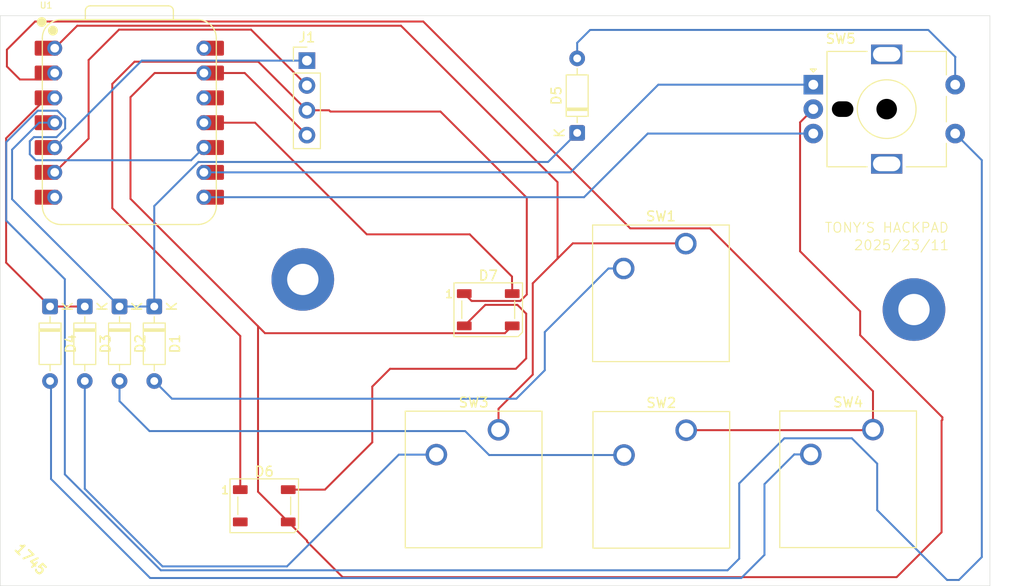
<source format=kicad_pcb>
(kicad_pcb (version 20241229) (generator "pcbnew") (generator_version "9.0")
  (layers (0 "F.Cu" signal) (2 "B.Cu" signal) (13 "F.Paste" user) (15 "B.Paste" user) (5 "F.SilkS" user "F.Silkscreen") (7 "B.SilkS" user "B.Silkscreen") (1 "F.Mask" user) (3 "B.Mask" user) (25 "Edge.Cuts" user))
  (net 0 "")
  (net 1 "Net-(D1-K)")
  (net 2 "Net-(D1-A)")
  (net 3 "Net-(D2-A)")
  (net 4 "Net-(D3-A)")
  (net 5 "Net-(D3-K)")
  (net 6 "Net-(D4-A)")
  (net 7 "Net-(D5-A)")
  (net 8 "VCC")
  (net 9 "GND")
  (net 11 "Net-(D6-DIN)")
  (net 12 "Net-(D7-DIN)")
  (net 13 "Net-(J1-Pin_1)")
  (net 14 "Net-(J1-Pin_2)")
  (net 15 "Net-(U1-GPIO26{slash}ADC0{slash}A0)")
  (net 16 "Net-(U1-GPIO27{slash}ADC1{slash}A1)")
  (net 17 "Net-(U1-GPIO4{slash}MISO)")
  (net 18 "Net-(U1-GPIO2{slash}SCK)")
  (net 19 "Net-(U1-GPIO1{slash}RX)")
  (net 21 "+5V")
  (footprint "Rotary_Encoder:RotaryEncoder_Alps_EC11E-Switch_Vertical_H20mm_MountingHoles" (layer "F.Cu") (at 217.31 72.01)
    (property "Reference" "SW5" (at 2.8 -4.7 0) (layer "F.SilkS"))
    (property "Value" "RotaryEncoder_Switch")
    (fp_line (start -0.3 -1.6) (end 0.3 -1.6) (stroke (width 0.12)) (layer "F.SilkS"))
    (fp_line (start 0 -1.3) (end -0.3 -1.6) (stroke (width 0.12)) (layer "F.SilkS"))
    (fp_line (start 0.3 -1.6) (end 0 -1.3) (stroke (width 0.12)) (layer "F.SilkS"))
    (fp_line (start 1.4 -3.4) (end 1.4 8.4) (stroke (width 0.12)) (layer "F.SilkS"))
    (fp_line (start 5.5 -3.4) (end 1.4 -3.4) (stroke (width 0.12)) (layer "F.SilkS"))
    (fp_line (start 5.5 8.4) (end 1.4 8.4) (stroke (width 0.12)) (layer "F.SilkS"))
    (fp_line (start 9.5 -3.4) (end 13.6 -3.4) (stroke (width 0.12)) (layer "F.SilkS"))
    (fp_line (start 13.6 -3.4) (end 13.6 -1) (stroke (width 0.12)) (layer "F.SilkS"))
    (fp_line (start 13.6 1.2) (end 13.6 3.8) (stroke (width 0.12)) (layer "F.SilkS"))
    (fp_line (start 13.6 6) (end 13.6 8.4) (stroke (width 0.12)) (layer "F.SilkS"))
    (fp_line (start 13.6 8.4) (end 9.5 8.4) (stroke (width 0.12)) (layer "F.SilkS"))
    (fp_circle (center 7.5 2.5) (end 10.5 2.5) (stroke (width 0.12)) (fill no) (layer "F.SilkS"))
    (pad "" np_thru_hole oval (at 3 2.5) (size 2.2 1.6) (drill oval 2.2 1.6) (layers "*.Mask"))
    (pad "" np_thru_hole circle (at 7.5 2.5) (size 2.1 2.1) (drill 2.1) (layers "*.Mask"))
    (pad "A" thru_hole rect (at 0 0) (size 2 2) (drill 1) (layers "*.Cu" "*.Mask") (net 18 "Net-(U1-GPIO2{slash}SCK)"))
    (pad "B" thru_hole circle (at 0 5) (size 2 2) (drill 1) (layers "*.Cu" "*.Mask") (net 19 "Net-(U1-GPIO1{slash}RX)"))
    (pad "C" thru_hole circle (at 0 2.5) (size 2 2) (drill 1) (layers "*.Cu" "*.Mask") (net 9 "GND"))
    (pad "MP" thru_hole rect (at 7.5 -3.1) (size 3.2 2) (drill oval 2.8 1.5) (layers "*.Cu" "*.Mask"))
    (pad "MP" thru_hole rect (at 7.5 8.1) (size 3.2 2) (drill oval 2.8 1.5) (layers "*.Cu" "*.Mask"))
    (pad "S1" thru_hole circle (at 14.5 5) (size 2 2) (drill 1) (layers "*.Cu" "*.Mask") (net 17 "Net-(U1-GPIO4{slash}MISO)"))
    (pad "S2" thru_hole circle (at 14.5 0) (size 2 2) (drill 1) (layers "*.Cu" "*.Mask") (net 7 "Net-(D5-A)"))
  )
  (footprint "Button_Switch_Keyboard:SW_Cherry_MX_1.00u_PCB" (layer "F.Cu") (at 204.32 107.35)
    (property "Reference" "SW2" (at -2.54 -2.794 0) (layer "F.SilkS"))
    (property "Value" "SW_Push")
    (fp_line (start -9.525 -1.905) (end 4.445 -1.905) (stroke (width 0.12)) (layer "F.SilkS"))
    (fp_line (start -9.525 12.065) (end -9.525 -1.905) (stroke (width 0.12)) (layer "F.SilkS"))
    (fp_line (start 4.445 -1.905) (end 4.445 12.065) (stroke (width 0.12)) (layer "F.SilkS"))
    (fp_line (start 4.445 12.065) (end -9.525 12.065) (stroke (width 0.12)) (layer "F.SilkS"))
    (pad "" np_thru_hole circle (at -7.62 5.08) (size 1.7 1.7) (drill 1.7) (layers "*.Cu" "*.Mask"))
    (pad "" np_thru_hole circle (at -2.54 5.08) (size 4 4) (drill 4) (layers "*.Cu" "*.Mask"))
    (pad "" np_thru_hole circle (at 2.54 5.08) (size 1.7 1.7) (drill 1.7) (layers "*.Cu" "*.Mask"))
    (pad "1" thru_hole circle (at 0 0) (size 2.2 2.2) (drill 1.5) (layers "*.Cu" "*.Mask") (net 16 "Net-(U1-GPIO27{slash}ADC1{slash}A1)"))
    (pad "2" thru_hole circle (at -6.35 2.54) (size 2.2 2.2) (drill 1.5) (layers "*.Cu" "*.Mask") (net 3 "Net-(D2-A)"))
  )
  (footprint "Diode_THT:D_DO-35_SOD27_P7.62mm_Horizontal" (layer "F.Cu") (at 139.31 94.7 -90)
    (property "Reference" "D4" (at 3.81 -2.12 90) (layer "F.SilkS"))
    (property "Value" "D")
    (fp_line (start 1.04 0) (end 1.69 0) (stroke (width 0.12)) (layer "F.SilkS"))
    (fp_line (start 6.58 0) (end 5.93 0) (stroke (width 0.12)) (layer "F.SilkS"))
    (fp_line (start 2.29 -1.12) (end 2.29 1.12) (stroke (width 0.12)) (layer "F.SilkS"))
    (fp_line (start 2.41 -1.12) (end 2.41 1.12) (stroke (width 0.12)) (layer "F.SilkS"))
    (fp_line (start 2.53 -1.12) (end 2.53 1.12) (stroke (width 0.12)) (layer "F.SilkS"))
    (fp_rect (start 1.69 -1.12) (end 5.93 1.12) (stroke (width 0.12)) (fill no) (layer "F.SilkS"))
    (fp_text user "K" (at 0 -1.8 90) (layer "F.SilkS"))
    (pad "1" thru_hole roundrect (at 0 0 270) (size 1.6 1.6) (drill 0.8) (layers "*.Cu" "*.Mask") (roundrect_rratio 0.15625) (net 5 "Net-(D3-K)"))
    (pad "2" thru_hole circle (at 7.62 0 270) (size 1.6 1.6) (drill 0.8) (layers "*.Cu" "*.Mask") (net 6 "Net-(D4-A)"))
  )
  (footprint "LED_SMD:LED_WS2812B_PLCC4_5.0x5.0mm_P3.2mm" (layer "F.Cu") (at 184.09 95.03)
    (property "Reference" "D7" (at 0 -3.5 0) (layer "F.SilkS"))
    (property "Value" "WS2812B")
    (fp_line (start -3.5 -2.75) (end -3.5 2.75) (stroke (width 0.12)) (layer "F.SilkS"))
    (fp_line (start -3.5 -2.75) (end 3.5 -2.75) (stroke (width 0.12)) (layer "F.SilkS"))
    (fp_line (start -3.5 2.75) (end 3.05 2.75) (stroke (width 0.12)) (layer "F.SilkS"))
    (fp_line (start -2.7 0.9) (end -2.7 -0.9) (stroke (width 0.12)) (layer "F.SilkS"))
    (fp_line (start 2.7 0.9) (end 2.7 -0.9) (stroke (width 0.12)) (layer "F.SilkS"))
    (fp_line (start 3.05 2.75) (end 3.5 2.3) (stroke (width 0.12)) (layer "F.SilkS"))
    (fp_line (start 3.5 2.3) (end 3.5 -2.75) (stroke (width 0.12)) (layer "F.SilkS"))
    (fp_text user "1" (at -4 -1.6 0) (layer "F.SilkS") (effects (font (size 0.8 0.8))))
    (pad "1" smd roundrect (at -2.45 -1.65) (size 1.5 0.9) (layers "F.Cu" "F.Mask" "F.Paste") (roundrect_rratio 0.1) (net 8 "VCC"))
    (pad "2" smd roundrect (at -2.45 1.65) (size 1.5 0.9) (layers "F.Cu" "F.Mask" "F.Paste") (roundrect_rratio 0.1) (net 11 "Net-(D6-DIN)"))
    (pad "3" smd roundrect (at 2.45 1.65) (size 1.5 0.9) (layers "F.Cu" "F.Mask" "F.Paste") (roundrect_rratio 0.1) (net 9 "GND"))
    (pad "4" smd roundrect (at 2.45 -1.65) (size 1.5 0.9) (layers "F.Cu" "F.Mask" "F.Paste") (roundrect_rratio 0.1) (net 12 "Net-(D7-DIN)"))
  )
  (footprint "Diode_THT:D_DO-35_SOD27_P7.62mm_Horizontal" (layer "F.Cu") (at 193.18 76.94 90)
    (property "Reference" "D5" (at 3.81 -2.12 90) (layer "F.SilkS"))
    (property "Value" "D")
    (fp_line (start 2.53 -1.12) (end 2.53 1.12) (stroke (width 0.12)) (layer "F.SilkS"))
    (fp_line (start 2.41 -1.12) (end 2.41 1.12) (stroke (width 0.12)) (layer "F.SilkS"))
    (fp_line (start 2.29 -1.12) (end 2.29 1.12) (stroke (width 0.12)) (layer "F.SilkS"))
    (fp_line (start 6.58 0) (end 5.93 0) (stroke (width 0.12)) (layer "F.SilkS"))
    (fp_line (start 1.04 0) (end 1.69 0) (stroke (width 0.12)) (layer "F.SilkS"))
    (fp_rect (start 1.69 -1.12) (end 5.93 1.12) (stroke (width 0.12)) (fill no) (layer "F.SilkS"))
    (fp_text user "K" (at 0 -1.8 90) (layer "F.SilkS"))
    (pad "1" thru_hole roundrect (at 0 0 90) (size 1.6 1.6) (drill 0.8) (layers "*.Cu" "*.Mask") (roundrect_rratio 0.15625) (net 1 "Net-(D1-K)"))
    (pad "2" thru_hole circle (at 7.62 0 90) (size 1.6 1.6) (drill 0.8) (layers "*.Cu" "*.Mask") (net 7 "Net-(D5-A)"))
  )
  (footprint "Seeed Studio XIAO Series Library:XIAO-RP2040-DIP" (layer "F.Cu") (at 147.41 75.8985)
    (property "Reference" "U1" (at -8.5 -12 0) (layer "F.SilkS") (effects (font (size 0.635 0.635) (thickness 0.1016))))
    (property "Value" "XIAO-RP2040-DIP")
    (fp_line (start -8.89 8.509) (end -8.89 -8.636) (stroke (width 0.127)) (layer "F.SilkS"))
    (fp_line (start -6.985 10.414) (end 6.985 10.414) (stroke (width 0.127)) (layer "F.SilkS"))
    (fp_line (start -4.495 -10.541) (end -4.491272 -11.451272) (stroke (width 0.127)) (layer "F.SilkS"))
    (fp_line (start -3.991272 -11.951) (end 4.004 -11.951) (stroke (width 0.127)) (layer "F.SilkS"))
    (fp_line (start 4.504 -11.451) (end 4.504 -10.541) (stroke (width 0.127)) (layer "F.SilkS"))
    (fp_line (start 6.985 -10.541) (end -6.985 -10.541) (stroke (width 0.1)) (layer "F.SilkS"))
    (fp_line (start 6.985 -10.541) (end -6.985 -10.541) (stroke (width 0.127)) (layer "F.SilkS"))
    (fp_line (start 8.89 8.509) (end 8.89 -8.636) (stroke (width 0.127)) (layer "F.SilkS"))
    (fp_arc (start -8.89 -8.636) (mid -8.332038 -9.983038) (end -6.985 -10.541) (stroke (width 0.127)) (layer "F.SilkS"))
    (fp_arc (start -6.985 10.414) (mid -8.332038 9.856038) (end -8.89 8.509) (stroke (width 0.127)) (layer "F.SilkS"))
    (fp_arc (start -4.491272 -11.451272) (mid -4.344728 -11.80464) (end -3.991272 -11.951) (stroke (width 0.127)) (layer "F.SilkS"))
    (fp_arc (start 4.004 -11.951) (mid 4.357553 -11.804553) (end 4.504 -11.451) (stroke (width 0.127)) (layer "F.SilkS"))
    (fp_arc (start 6.985 -10.541) (mid 8.332038 -9.983038) (end 8.89 -8.636) (stroke (width 0.127)) (layer "F.SilkS"))
    (fp_arc (start 8.89 8.509) (mid 8.332038 9.856038) (end 6.985 10.414) (stroke (width 0.127)) (layer "F.SilkS"))
    (fp_circle (center -8.95 -10.3) (end -8.95 -10.554) (stroke (width 0.5)) (fill yes) (layer "F.SilkS"))
    (fp_circle (center -7.807 -9.42) (end -7.807 -9.674) (stroke (width 0.5)) (fill yes) (layer "F.SilkS"))
    (pad "1" smd roundrect (at -8.455 -7.62 180) (size 2.432 1.524) (layers "F.Cu" "F.Mask") (roundrect_rratio 0.1) (net 15 "Net-(U1-GPIO26{slash}ADC0{slash}A0)"))
    (pad "1" thru_hole circle (at -7.62 -7.62 180) (size 1.524 1.524) (drill 0.889) (layers "*.Cu" "*.Mask") (net 15 "Net-(U1-GPIO26{slash}ADC0{slash}A0)"))
    (pad "2" smd roundrect (at -8.455 -5.08 180) (size 2.432 1.524) (layers "F.Cu" "F.Mask") (roundrect_rratio 0.1) (net 16 "Net-(U1-GPIO27{slash}ADC1{slash}A1)"))
    (pad "2" thru_hole circle (at -7.62 -5.08 180) (size 1.524 1.524) (drill 0.889) (layers "*.Cu" "*.Mask") (net 16 "Net-(U1-GPIO27{slash}ADC1{slash}A1)"))
    (pad "3" smd roundrect (at -8.455 -2.54 180) (size 2.432 1.524) (layers "F.Cu" "F.Mask") (roundrect_rratio 0.1) (net 5 "Net-(D3-K)"))
    (pad "3" thru_hole circle (at -7.62 -2.54 180) (size 1.524 1.524) (drill 0.889) (layers "*.Cu" "*.Mask") (net 5 "Net-(D3-K)"))
    (pad "4" smd roundrect (at -8.455 0 180) (size 2.432 1.524) (layers "F.Cu" "F.Mask") (roundrect_rratio 0.1) (net 1 "Net-(D1-K)"))
    (pad "4" thru_hole circle (at -7.62 0 180) (size 1.524 1.524) (drill 0.889) (layers "*.Cu" "*.Mask") (net 1 "Net-(D1-K)"))
    (pad "5" smd roundrect (at -8.455 2.54 180) (size 2.432 1.524) (layers "F.Cu" "F.Mask") (roundrect_rratio 0.1) (net 13 "Net-(J1-Pin_1)"))
    (pad "5" thru_hole circle (at -7.62 2.54 180) (size 1.524 1.524) (drill 0.889) (layers "*.Cu" "*.Mask") (net 13 "Net-(J1-Pin_1)"))
    (pad "6" smd roundrect (at -8.455 5.08 180) (size 2.432 1.524) (layers "F.Cu" "F.Mask") (roundrect_rratio 0.1) (net 14 "Net-(J1-Pin_2)"))
    (pad "6" thru_hole circle (at -7.62 5.08 180) (size 1.524 1.524) (drill 0.889) (layers "*.Cu" "*.Mask") (net 14 "Net-(J1-Pin_2)"))
    (pad "7" smd roundrect (at -8.455 7.62 180) (size 2.432 1.524) (layers "F.Cu" "F.Mask") (roundrect_rratio 0.1))
    (pad "7" thru_hole circle (at -7.62 7.62 180) (size 1.524 1.524) (drill 0.889) (layers "*.Cu" "*.Mask"))
    (pad "8" thru_hole circle (at 7.62 7.62) (size 1.524 1.524) (drill 0.889) (layers "*.Cu" "*.Mask") (net 19 "Net-(U1-GPIO1{slash}RX)"))
    (pad "8" smd roundrect (at 8.455 7.62) (size 2.432 1.524) (layers "F.Cu" "F.Mask") (roundrect_rratio 0.1) (net 19 "Net-(U1-GPIO1{slash}RX)"))
    (pad "9" thru_hole circle (at 7.62 5.08) (size 1.524 1.524) (drill 0.889) (layers "*.Cu" "*.Mask") (net 18 "Net-(U1-GPIO2{slash}SCK)"))
    (pad "9" smd roundrect (at 8.455 5.08) (size 2.432 1.524) (layers "F.Cu" "F.Mask") (roundrect_rratio 0.1) (net 18 "Net-(U1-GPIO2{slash}SCK)"))
    (pad "10" thru_hole circle (at 7.62 2.54) (size 1.524 1.524) (drill 0.889) (layers "*.Cu" "*.Mask") (net 17 "Net-(U1-GPIO4{slash}MISO)"))
    (pad "10" smd roundrect (at 8.455 2.54) (size 2.432 1.524) (layers "F.Cu" "F.Mask") (roundrect_rratio 0.1) (net 17 "Net-(U1-GPIO4{slash}MISO)"))
    (pad "11" thru_hole circle (at 7.62 0) (size 1.524 1.524) (drill 0.889) (layers "*.Cu" "*.Mask") (net 12 "Net-(D7-DIN)"))
    (pad "11" smd roundrect (at 8.455 0) (size 2.432 1.524) (layers "F.Cu" "F.Mask") (roundrect_rratio 0.1) (net 12 "Net-(D7-DIN)"))
    (pad "12" thru_hole circle (at 7.62 -2.54) (size 1.524 1.524) (drill 0.889) (layers "*.Cu" "*.Mask"))
    (pad "12" smd roundrect (at 8.455 -2.54) (size 2.432 1.524) (layers "F.Cu" "F.Mask") (roundrect_rratio 0.1))
    (pad "13" thru_hole circle (at 7.62 -5.08) (size 1.524 1.524) (drill 0.889) (layers "*.Cu" "*.Mask") (net 9 "GND"))
    (pad "13" smd roundrect (at 8.455 -5.08) (size 2.432 1.524) (layers "F.Cu" "F.Mask") (roundrect_rratio 0.1) (net 9 "GND"))
    (pad "14" thru_hole circle (at 7.62 -7.62) (size 1.524 1.524) (drill 0.889) (layers "*.Cu" "*.Mask") (net 21 "+5V"))
    (pad "14" smd roundrect (at 8.455 -7.62) (size 2.432 1.524) (layers "F.Cu" "F.Mask") (roundrect_rratio 0.1) (net 21 "+5V"))
  )
  (footprint "Diode_THT:D_DO-35_SOD27_P7.62mm_Horizontal" (layer "F.Cu") (at 149.96 94.7 -90)
    (property "Reference" "D1" (at 3.81 -2.12 90) (layer "F.SilkS"))
    (property "Value" "D")
    (fp_line (start 1.04 0) (end 1.69 0) (stroke (width 0.12)) (layer "F.SilkS"))
    (fp_line (start 6.58 0) (end 5.93 0) (stroke (width 0.12)) (layer "F.SilkS"))
    (fp_line (start 2.29 -1.12) (end 2.29 1.12) (stroke (width 0.12)) (layer "F.SilkS"))
    (fp_line (start 2.41 -1.12) (end 2.41 1.12) (stroke (width 0.12)) (layer "F.SilkS"))
    (fp_line (start 2.53 -1.12) (end 2.53 1.12) (stroke (width 0.12)) (layer "F.SilkS"))
    (fp_rect (start 1.69 -1.12) (end 5.93 1.12) (stroke (width 0.12)) (fill no) (layer "F.SilkS"))
    (fp_text user "K" (at 0 -1.8 90) (layer "F.SilkS"))
    (pad "1" thru_hole roundrect (at 0 0 270) (size 1.6 1.6) (drill 0.8) (layers "*.Cu" "*.Mask") (roundrect_rratio 0.15625) (net 1 "Net-(D1-K)"))
    (pad "2" thru_hole circle (at 7.62 0 270) (size 1.6 1.6) (drill 0.8) (layers "*.Cu" "*.Mask") (net 2 "Net-(D1-A)"))
  )
  (footprint "Connector_PinHeader_2.54mm:PinHeader_1x04_P2.54mm_Vertical" (layer "F.Cu") (at 165.56 69.55)
    (property "Reference" "J1" (at 0 -2.38 0) (layer "F.SilkS"))
    (property "Value" "OLED_DISPLAY")
    (fp_line (start -1.38 -1.38) (end 0 -1.38) (stroke (width 0.12)) (layer "F.SilkS"))
    (fp_line (start -1.38 0) (end -1.38 -1.38) (stroke (width 0.12)) (layer "F.SilkS"))
    (fp_line (start -1.38 1.27) (end -1.38 9) (stroke (width 0.12)) (layer "F.SilkS"))
    (fp_line (start -1.38 1.27) (end 1.38 1.27) (stroke (width 0.12)) (layer "F.SilkS"))
    (fp_line (start -1.38 9) (end 1.38 9) (stroke (width 0.12)) (layer "F.SilkS"))
    (fp_line (start 1.38 1.27) (end 1.38 9) (stroke (width 0.12)) (layer "F.SilkS"))
    (pad "1" thru_hole rect (at 0 0) (size 1.7 1.7) (drill 1) (layers "*.Cu" "*.Mask") (net 13 "Net-(J1-Pin_1)"))
    (pad "2" thru_hole circle (at 0 2.54) (size 1.7 1.7) (drill 1) (layers "*.Cu" "*.Mask") (net 14 "Net-(J1-Pin_2)"))
    (pad "3" thru_hole circle (at 0 5.08) (size 1.7 1.7) (drill 1) (layers "*.Cu" "*.Mask") (net 8 "VCC"))
    (pad "4" thru_hole circle (at 0 7.62) (size 1.7 1.7) (drill 1) (layers "*.Cu" "*.Mask") (net 9 "GND"))
  )
  (footprint "Button_Switch_Keyboard:SW_Cherry_MX_1.00u_PCB" (layer "F.Cu") (at 185.14 107.31)
    (property "Reference" "SW3" (at -2.54 -2.794 0) (layer "F.SilkS"))
    (property "Value" "SW_Push")
    (fp_line (start -9.525 -1.905) (end 4.445 -1.905) (stroke (width 0.12)) (layer "F.SilkS"))
    (fp_line (start -9.525 12.065) (end -9.525 -1.905) (stroke (width 0.12)) (layer "F.SilkS"))
    (fp_line (start 4.445 -1.905) (end 4.445 12.065) (stroke (width 0.12)) (layer "F.SilkS"))
    (fp_line (start 4.445 12.065) (end -9.525 12.065) (stroke (width 0.12)) (layer "F.SilkS"))
    (pad "" np_thru_hole circle (at -7.62 5.08) (size 1.7 1.7) (drill 1.7) (layers "*.Cu" "*.Mask"))
    (pad "" np_thru_hole circle (at -2.54 5.08) (size 4 4) (drill 4) (layers "*.Cu" "*.Mask"))
    (pad "" np_thru_hole circle (at 2.54 5.08) (size 1.7 1.7) (drill 1.7) (layers "*.Cu" "*.Mask"))
    (pad "1" thru_hole circle (at 0 0) (size 2.2 2.2) (drill 1.5) (layers "*.Cu" "*.Mask") (net 15 "Net-(U1-GPIO26{slash}ADC0{slash}A0)"))
    (pad "2" thru_hole circle (at -6.35 2.54) (size 2.2 2.2) (drill 1.5) (layers "*.Cu" "*.Mask") (net 4 "Net-(D3-A)"))
  )
  (footprint "Button_Switch_Keyboard:SW_Cherry_MX_1.00u_PCB" (layer "F.Cu") (at 223.41 107.29)
    (property "Reference" "SW4" (at -2.54 -2.794 0) (layer "F.SilkS"))
    (property "Value" "SW_Push")
    (fp_line (start -9.525 -1.905) (end 4.445 -1.905) (stroke (width 0.12)) (layer "F.SilkS"))
    (fp_line (start -9.525 12.065) (end -9.525 -1.905) (stroke (width 0.12)) (layer "F.SilkS"))
    (fp_line (start 4.445 -1.905) (end 4.445 12.065) (stroke (width 0.12)) (layer "F.SilkS"))
    (fp_line (start 4.445 12.065) (end -9.525 12.065) (stroke (width 0.12)) (layer "F.SilkS"))
    (pad "" np_thru_hole circle (at -7.62 5.08) (size 1.7 1.7) (drill 1.7) (layers "*.Cu" "*.Mask"))
    (pad "" np_thru_hole circle (at -2.54 5.08) (size 4 4) (drill 4) (layers "*.Cu" "*.Mask"))
    (pad "" np_thru_hole circle (at 2.54 5.08) (size 1.7 1.7) (drill 1.7) (layers "*.Cu" "*.Mask"))
    (pad "1" thru_hole circle (at 0 0) (size 2.2 2.2) (drill 1.5) (layers "*.Cu" "*.Mask") (net 16 "Net-(U1-GPIO27{slash}ADC1{slash}A1)"))
    (pad "2" thru_hole circle (at -6.35 2.54) (size 2.2 2.2) (drill 1.5) (layers "*.Cu" "*.Mask") (net 6 "Net-(D4-A)"))
  )
  (footprint "LED_SMD:LED_WS2812B_PLCC4_5.0x5.0mm_P3.2mm" (layer "F.Cu") (at 161.2 115.08)
    (property "Reference" "D6" (at 0 -3.5 0) (layer "F.SilkS"))
    (property "Value" "WS2812B")
    (fp_line (start -3.5 -2.75) (end -3.5 2.75) (stroke (width 0.12)) (layer "F.SilkS"))
    (fp_line (start -3.5 -2.75) (end 3.5 -2.75) (stroke (width 0.12)) (layer "F.SilkS"))
    (fp_line (start -3.5 2.75) (end 3.05 2.75) (stroke (width 0.12)) (layer "F.SilkS"))
    (fp_line (start -2.7 0.9) (end -2.7 -0.9) (stroke (width 0.12)) (layer "F.SilkS"))
    (fp_line (start 2.7 0.9) (end 2.7 -0.9) (stroke (width 0.12)) (layer "F.SilkS"))
    (fp_line (start 3.05 2.75) (end 3.5 2.3) (stroke (width 0.12)) (layer "F.SilkS"))
    (fp_line (start 3.5 2.3) (end 3.5 -2.75) (stroke (width 0.12)) (layer "F.SilkS"))
    (fp_text user "1" (at -4 -1.6 0) (layer "F.SilkS") (effects (font (size 0.8 0.8))))
    (pad "1" smd roundrect (at -2.45 -1.65) (size 1.5 0.9) (layers "F.Cu" "F.Mask" "F.Paste") (roundrect_rratio 0.1) (net 8 "VCC"))
    (pad "2" smd roundrect (at -2.45 1.65) (size 1.5 0.9) (layers "F.Cu" "F.Mask" "F.Paste") (roundrect_rratio 0.1))
    (pad "3" smd roundrect (at 2.45 1.65) (size 1.5 0.9) (layers "F.Cu" "F.Mask" "F.Paste") (roundrect_rratio 0.1) (net 9 "GND"))
    (pad "4" smd roundrect (at 2.45 -1.65) (size 1.5 0.9) (layers "F.Cu" "F.Mask" "F.Paste") (roundrect_rratio 0.1) (net 11 "Net-(D6-DIN)"))
  )
  (footprint "MountingHole:MountingHole_3.2mm_M3_Pad" (layer "F.Cu") (at 227.6 95.01)
    (property "Reference" "REF**" (hide yes))
    (property "Value" "MountingHole_3.2mm_M3_Pad")
    (pad "1" thru_hole circle (at 0 0) (size 6.4 6.4) (drill 3.2) (layers "*.Cu" "*.Mask"))
  )
  (footprint "Diode_THT:D_DO-35_SOD27_P7.62mm_Horizontal" (layer "F.Cu") (at 146.41 94.7 -90)
    (property "Reference" "D2" (at 3.81 -2.12 90) (layer "F.SilkS"))
    (property "Value" "D")
    (fp_line (start 1.04 0) (end 1.69 0) (stroke (width 0.12)) (layer "F.SilkS"))
    (fp_line (start 6.58 0) (end 5.93 0) (stroke (width 0.12)) (layer "F.SilkS"))
    (fp_line (start 2.29 -1.12) (end 2.29 1.12) (stroke (width 0.12)) (layer "F.SilkS"))
    (fp_line (start 2.41 -1.12) (end 2.41 1.12) (stroke (width 0.12)) (layer "F.SilkS"))
    (fp_line (start 2.53 -1.12) (end 2.53 1.12) (stroke (width 0.12)) (layer "F.SilkS"))
    (fp_rect (start 1.69 -1.12) (end 5.93 1.12) (stroke (width 0.12)) (fill no) (layer "F.SilkS"))
    (fp_text user "K" (at 0 -1.8 90) (layer "F.SilkS"))
    (pad "1" thru_hole roundrect (at 0 0 270) (size 1.6 1.6) (drill 0.8) (layers "*.Cu" "*.Mask") (roundrect_rratio 0.15625) (net 1 "Net-(D1-K)"))
    (pad "2" thru_hole circle (at 7.62 0 270) (size 1.6 1.6) (drill 0.8) (layers "*.Cu" "*.Mask") (net 3 "Net-(D2-A)"))
  )
  (footprint "MountingHole:MountingHole_3.2mm_M3_Pad" (layer "F.Cu") (at 165.14 91.93)
    (property "Reference" "REF**" (hide yes))
    (property "Value" "MountingHole_3.2mm_M3_Pad")
    (pad "1" thru_hole circle (at 0 0) (size 6.4 6.4) (drill 3.2) (layers "*.Cu" "*.Mask"))
  )
  (footprint "Button_Switch_Keyboard:SW_Cherry_MX_1.00u_PCB" (layer "F.Cu") (at 204.28 88.27)
    (property "Reference" "SW1" (at -2.54 -2.794 0) (layer "F.SilkS"))
    (property "Value" "SW_Push")
    (fp_line (start -9.525 -1.905) (end 4.445 -1.905) (stroke (width 0.12)) (layer "F.SilkS"))
    (fp_line (start -9.525 12.065) (end -9.525 -1.905) (stroke (width 0.12)) (layer "F.SilkS"))
    (fp_line (start 4.445 -1.905) (end 4.445 12.065) (stroke (width 0.12)) (layer "F.SilkS"))
    (fp_line (start 4.445 12.065) (end -9.525 12.065) (stroke (width 0.12)) (layer "F.SilkS"))
    (pad "" np_thru_hole circle (at -7.62 5.08) (size 1.7 1.7) (drill 1.7) (layers "*.Cu" "*.Mask"))
    (pad "" np_thru_hole circle (at -2.54 5.08) (size 4 4) (drill 4) (layers "*.Cu" "*.Mask"))
    (pad "" np_thru_hole circle (at 2.54 5.08) (size 1.7 1.7) (drill 1.7) (layers "*.Cu" "*.Mask"))
    (pad "1" thru_hole circle (at 0 0) (size 2.2 2.2) (drill 1.5) (layers "*.Cu" "*.Mask") (net 15 "Net-(U1-GPIO26{slash}ADC0{slash}A0)"))
    (pad "2" thru_hole circle (at -6.35 2.54) (size 2.2 2.2) (drill 1.5) (layers "*.Cu" "*.Mask") (net 2 "Net-(D1-A)"))
  )
  (footprint "Diode_THT:D_DO-35_SOD27_P7.62mm_Horizontal" (layer "F.Cu") (at 142.86 94.7 -90)
    (property "Reference" "D3" (at 3.81 -2.12 90) (layer "F.SilkS"))
    (property "Value" "D")
    (fp_line (start 1.04 0) (end 1.69 0) (stroke (width 0.12)) (layer "F.SilkS"))
    (fp_line (start 6.58 0) (end 5.93 0) (stroke (width 0.12)) (layer "F.SilkS"))
    (fp_line (start 2.29 -1.12) (end 2.29 1.12) (stroke (width 0.12)) (layer "F.SilkS"))
    (fp_line (start 2.41 -1.12) (end 2.41 1.12) (stroke (width 0.12)) (layer "F.SilkS"))
    (fp_line (start 2.53 -1.12) (end 2.53 1.12) (stroke (width 0.12)) (layer "F.SilkS"))
    (fp_rect (start 1.69 -1.12) (end 5.93 1.12) (stroke (width 0.12)) (fill no) (layer "F.SilkS"))
    (fp_text user "K" (at 0 -1.8 90) (layer "F.SilkS"))
    (pad "1" thru_hole roundrect (at 0 0 270) (size 1.6 1.6) (drill 0.8) (layers "*.Cu" "*.Mask") (roundrect_rratio 0.15625) (net 5 "Net-(D3-K)"))
    (pad "2" thru_hole circle (at 7.62 0 270) (size 1.6 1.6) (drill 0.8) (layers "*.Cu" "*.Mask") (net 4 "Net-(D3-A)"))
  )
  (gr_rect (start 134.22 64.95) (end 235.36 123.27) (stroke (width 0.05)) (fill no) (layer "Edge.Cuts"))
  (gr_text "1745" (at 135.47 119.53 315) (layer "F.SilkS") (effects (font (size 1 1) (thickness 0.2) (bold yes)) (justify left bottom)))
  (gr_text "TONY'S HACKPAD" (at 218.42 87.22 0) (layer "F.SilkS") (effects (font (size 1 1) (thickness 0.1)) (justify left bottom)))
  (gr_text "2025/23/11" (at 221.4 89.02 0) (layer "F.SilkS") (effects (font (size 1 1) (thickness 0.1)) (justify left bottom)))
  (segment (start 149.96 84.42) (end 149.96 94.7) (width 0.2) (layer "B.Cu") (net 1))
  (segment (start 135.43 78.66) (end 135.43 83.72) (width 0.2) (layer "B.Cu") (net 1))
  (segment (start 149.96 94.7) (end 146.41 94.7) (width 0.2) (layer "B.Cu") (net 1))
  (segment (start 138.1915 75.8985) (end 135.43 78.66) (width 0.2) (layer "B.Cu") (net 1))
  (segment (start 193.18 76.94) (end 190.2045 79.9155) (width 0.2) (layer "B.Cu") (net 1))
  (segment (start 190.2045 79.9155) (end 154.4645 79.9155) (width 0.2) (layer "B.Cu") (net 1))
  (segment (start 139.79 75.8985) (end 138.1915 75.8985) (width 0.2) (layer "B.Cu") (net 1))
  (segment (start 154.4645 79.9155) (end 149.96 84.42) (width 0.2) (layer "B.Cu") (net 1))
  (segment (start 135.43 83.72) (end 146.41 94.7) (width 0.2) (layer "B.Cu") (net 1))
  (segment (start 197.93 90.81) (end 196.374366 90.81) (width 0.2) (layer "B.Cu") (net 2))
  (segment (start 189.87 97.314366) (end 189.87 101.22) (width 0.2) (layer "B.Cu") (net 2))
  (segment (start 186.96 104.13) (end 151.77 104.13) (width 0.2) (layer "B.Cu") (net 2))
  (segment (start 189.87 101.22) (end 186.96 104.13) (width 0.2) (layer "B.Cu") (net 2))
  (segment (start 151.77 104.13) (end 149.96 102.32) (width 0.2) (layer "B.Cu") (net 2))
  (segment (start 196.374366 90.81) (end 189.87 97.314366) (width 0.2) (layer "B.Cu") (net 2))
  (segment (start 181.73 107.44) (end 149.47 107.44) (width 0.2) (layer "B.Cu") (net 3))
  (segment (start 197.97 109.89) (end 184.18 109.89) (width 0.2) (layer "B.Cu") (net 3))
  (segment (start 149.47 107.44) (end 146.41 104.38) (width 0.2) (layer "B.Cu") (net 3))
  (segment (start 184.18 109.89) (end 181.73 107.44) (width 0.2) (layer "B.Cu") (net 3))
  (segment (start 146.41 104.38) (end 146.41 102.32) (width 0.2) (layer "B.Cu") (net 3))
  (segment (start 163.52 121.28) (end 150.8 121.28) (width 0.2) (layer "B.Cu") (net 4))
  (segment (start 142.86 113.34) (end 142.86 102.32) (width 0.2) (layer "B.Cu") (net 4))
  (segment (start 178.79 109.85) (end 174.95 109.85) (width 0.2) (layer "B.Cu") (net 4))
  (segment (start 150.8 121.28) (end 142.86 113.34) (width 0.2) (layer "B.Cu") (net 4))
  (segment (start 174.95 109.85) (end 163.52 121.28) (width 0.2) (layer "B.Cu") (net 4))
  (segment (start 139.31 94.7) (end 142.86 94.7) (width 0.2) (layer "F.Cu") (net 5))
  (segment (start 134.821 90.211) (end 134.821 77.4925) (width 0.2) (layer "F.Cu") (net 5))
  (segment (start 134.821 77.4925) (end 138.955 73.3585) (width 0.2) (layer "F.Cu") (net 5))
  (segment (start 139.31 94.7) (end 134.821 90.211) (width 0.2) (layer "F.Cu") (net 5))
  (segment (start 215.37 109.82) (end 215.38 109.83) (width 0.2) (layer "B.Cu") (net 6))
  (segment (start 215.38 109.83) (end 217.06 109.83) (width 0.2) (layer "B.Cu") (net 6))
  (segment (start 149.54 122.47) (end 209.95 122.47) (width 0.2) (layer "B.Cu") (net 6))
  (segment (start 212.32 112.87) (end 215.37 109.82) (width 0.2) (layer "B.Cu") (net 6))
  (segment (start 212.32 120.1) (end 212.32 112.87) (width 0.2) (layer "B.Cu") (net 6))
  (segment (start 139.36 102.32) (end 139.41 102.27) (width 0.2) (layer "B.Cu") (net 6))
  (segment (start 139.41 102.27) (end 139.41 112.34) (width 0.2) (layer "B.Cu") (net 6))
  (segment (start 139.31 102.32) (end 139.36 102.32) (width 0.2) (layer "B.Cu") (net 6))
  (segment (start 139.41 112.34) (end 149.54 122.47) (width 0.2) (layer "B.Cu") (net 6))
  (segment (start 209.95 122.47) (end 212.32 120.1) (width 0.2) (layer "B.Cu") (net 6))
  (segment (start 193.18 67.73) (end 194.5 66.41) (width 0.2) (layer "B.Cu") (net 7))
  (segment (start 229.06 66.41) (end 231.83 69.18) (width 0.2) (layer "B.Cu") (net 7))
  (segment (start 231.81 72.01) (end 231.81 69.2) (width 0.2) (layer "B.Cu") (net 7))
  (segment (start 193.18 69.32) (end 193.18 67.73) (width 0.2) (layer "B.Cu") (net 7))
  (segment (start 231.81 69.2) (end 231.83 69.18) (width 0.2) (layer "B.Cu") (net 7))
  (segment (start 194.5 66.41) (end 229.06 66.41) (width 0.2) (layer "B.Cu") (net 7))
  (segment (start 182.391 94.131) (end 187.364452 94.131) (width 0.2) (layer "F.Cu") (net 8))
  (segment (start 147.94 69.66) (end 160.59 69.66) (width 0.2) (layer "F.Cu") (net 8))
  (segment (start 188.03 93.465452) (end 188.03 83.58) (width 0.2) (layer "F.Cu") (net 8))
  (segment (start 181.64 93.38) (end 182.391 94.131) (width 0.2) (layer "F.Cu") (net 8))
  (segment (start 158.75 97.72) (end 145.67 84.64) (width 0.2) (layer "F.Cu") (net 8))
  (segment (start 160.59 69.66) (end 165.56 74.63) (width 0.2) (layer "F.Cu") (net 8))
  (segment (start 158.75 113.43) (end 158.75 97.72) (width 0.2) (layer "F.Cu") (net 8))
  (segment (start 188.03 83.58) (end 179.21 74.76) (width 0.2) (layer "F.Cu") (net 8))
  (segment (start 145.67 71.93) (end 147.94 69.66) (width 0.2) (layer "F.Cu") (net 8))
  (segment (start 167.83 74.63) (end 165.56 74.63) (width 0.2) (layer "F.Cu") (net 8))
  (segment (start 145.67 84.64) (end 145.67 71.93) (width 0.2) (layer "F.Cu") (net 8))
  (segment (start 187.364452 94.131) (end 188.03 93.465452) (width 0.2) (layer "F.Cu") (net 8))
  (segment (start 179.21 74.76) (end 167.96 74.76) (width 0.2) (layer "F.Cu") (net 8))
  (segment (start 167.96 74.76) (end 167.83 74.63) (width 0.2) (layer "F.Cu") (net 8))
  (segment (start 159.2085 70.8185) (end 165.56 77.17) (width 0.2) (layer "F.Cu") (net 9))
  (segment (start 165.57 118.65) (end 165.57 118.74) (width 0.2) (layer "F.Cu") (net 9))
  (segment (start 230.5 106.03) (end 222.1 97.63) (width 0.2) (layer "F.Cu") (net 9))
  (segment (start 230.42 106.37) (end 230.5 106.29) (width 0.2) (layer "F.Cu") (net 9))
  (segment (start 215.96 89.05) (end 215.96 75.86) (width 0.2) (layer "F.Cu") (net 9))
  (segment (start 155.865 70.8185) (end 159.2085 70.8185) (width 0.2) (layer "F.Cu") (net 9))
  (segment (start 185.789 97.431) (end 161.281 97.431) (width 0.2) (layer "F.Cu") (net 9))
  (segment (start 163.65 116.73) (end 160.565 113.645) (width 0.2) (layer "F.Cu") (net 9))
  (segment (start 225.83 122.38) (end 230.42 117.79) (width 0.2) (layer "F.Cu") (net 9))
  (segment (start 147.53 83.68) (end 147.53 73.29) (width 0.2) (layer "F.Cu") (net 9))
  (segment (start 230.42 117.79) (end 230.42 106.37) (width 0.2) (layer "F.Cu") (net 9))
  (segment (start 186.54 96.68) (end 185.789 97.431) (width 0.2) (layer "F.Cu") (net 9))
  (segment (start 150.0015 70.8185) (end 155.03 70.8185) (width 0.2) (layer "F.Cu") (net 9))
  (segment (start 222.1 97.63) (end 222.1 95.19) (width 0.2) (layer "F.Cu") (net 9))
  (segment (start 163.65 116.73) (end 165.57 118.65) (width 0.2) (layer "F.Cu") (net 9))
  (segment (start 169.21 122.38) (end 225.83 122.38) (width 0.2) (layer "F.Cu") (net 9))
  (segment (start 222.1 95.19) (end 215.96 89.05) (width 0.2) (layer "F.Cu") (net 9))
  (segment (start 165.57 118.74) (end 169.21 122.38) (width 0.2) (layer "F.Cu") (net 9))
  (segment (start 160.565 96.715) (end 147.53 83.68) (width 0.2) (layer "F.Cu") (net 9))
  (segment (start 160.565 113.645) (end 160.565 96.715) (width 0.2) (layer "F.Cu") (net 9))
  (segment (start 215.96 75.86) (end 217.31 74.51) (width 0.2) (layer "F.Cu") (net 9))
  (segment (start 147.53 73.29) (end 150.0015 70.8185) (width 0.2) (layer "F.Cu") (net 9))
  (segment (start 161.281 97.431) (end 160.565 96.715) (width 0.2) (layer "F.Cu") (net 9))
  (segment (start 230.5 106.29) (end 230.5 106.03) (width 0.2) (layer "F.Cu") (net 9))
  (segment (start 172.24 102.89) (end 174.06 101.07) (width 0.2) (layer "F.Cu") (net 11))
  (segment (start 183.788 94.532) (end 181.64 96.68) (width 0.2) (layer "F.Cu") (net 11))
  (segment (start 163.65 113.43) (end 167.4 113.43) (width 0.2) (layer "F.Cu") (net 11))
  (segment (start 187.072 94.532) (end 183.788 94.532) (width 0.2) (layer "F.Cu") (net 11))
  (segment (start 186.91 101.07) (end 187.97 100.01) (width 0.2) (layer "F.Cu") (net 11))
  (segment (start 172.24 108.59) (end 172.24 102.89) (width 0.2) (layer "F.Cu") (net 11))
  (segment (start 167.4 113.43) (end 172.24 108.59) (width 0.2) (layer "F.Cu") (net 11))
  (segment (start 187.97 95.43) (end 187.072 94.532) (width 0.2) (layer "F.Cu") (net 11))
  (segment (start 174.06 101.07) (end 186.91 101.07) (width 0.2) (layer "F.Cu") (net 11))
  (segment (start 187.97 100.01) (end 187.97 95.43) (width 0.2) (layer "F.Cu") (net 11))
  (segment (start 182.2 87.32) (end 186.52 91.64) (width 0.2) (layer "F.Cu") (net 12))
  (segment (start 186.52 91.64) (end 186.52 92.34) (width 0.2) (layer "F.Cu") (net 12))
  (segment (start 186.52 92.34) (end 186.54 92.36) (width 0.2) (layer "F.Cu") (net 12))
  (segment (start 155.03 75.8985) (end 160.2585 75.8985) (width 0.2) (layer "F.Cu") (net 12))
  (segment (start 160.2585 75.8985) (end 171.68 87.32) (width 0.2) (layer "F.Cu") (net 12))
  (segment (start 171.68 87.32) (end 182.2 87.32) (width 0.2) (layer "F.Cu") (net 12))
  (segment (start 186.54 92.36) (end 186.54 93.38) (width 0.2) (layer "F.Cu") (net 12))
  (segment (start 165.56 69.55) (end 148.6785 69.55) (width 0.2) (layer "B.Cu") (net 13))
  (segment (start 148.6785 69.55) (end 139.79 78.4385) (width 0.2) (layer "B.Cu") (net 13))
  (segment (start 143.25 69.49) (end 146.36 66.38) (width 0.2) (layer "F.Cu") (net 14))
  (segment (start 146.36 66.38) (end 159.85 66.38) (width 0.2) (layer "F.Cu") (net 14))
  (segment (start 139.79 80.9785) (end 143.25 77.5185) (width 0.2) (layer "F.Cu") (net 14))
  (segment (start 159.85 66.38) (end 165.56 72.09) (width 0.2) (layer "F.Cu") (net 14))
  (segment (start 143.25 77.5185) (end 143.25 69.49) (width 0.2) (layer "F.Cu") (net 14))
  (segment (start 188.64 92.33) (end 188.64 101.66) (width 0.2) (layer "F.Cu") (net 15))
  (segment (start 192.73 88.24) (end 191.175 89.795) (width 0.2) (layer "F.Cu") (net 15))
  (segment (start 188.64 101.66) (end 185.14 105.16) (width 0.2) (layer "F.Cu") (net 15))
  (segment (start 142.0895 65.979) (end 175.169 65.979) (width 0.2) (layer "F.Cu") (net 15))
  (segment (start 139.79 68.2785) (end 142.0895 65.979) (width 0.2) (layer "F.Cu") (net 15))
  (segment (start 191.175 89.795) (end 188.64 92.33) (width 0.2) (layer "F.Cu") (net 15))
  (segment (start 175.169 65.979) (end 191.175 81.985) (width 0.2) (layer "F.Cu") (net 15))
  (segment (start 204.28 88.27) (end 204.25 88.24) (width 0.2) (layer "F.Cu") (net 15))
  (segment (start 185.14 105.16) (end 185.14 107.31) (width 0.2) (layer "F.Cu") (net 15))
  (segment (start 204.25 88.24) (end 192.73 88.24) (width 0.2) (layer "F.Cu") (net 15))
  (segment (start 191.175 81.985) (end 191.175 89.795) (width 0.2) (layer "F.Cu") (net 15))
  (segment (start 204.32 107.35) (end 223.35 107.35) (width 0.2) (layer "F.Cu") (net 16))
  (segment (start 198.61 86.71) (end 206.76 86.71) (width 0.2) (layer "F.Cu") (net 16))
  (segment (start 134.9 68.43) (end 137.779 65.551) (width 0.2) (layer "F.Cu") (net 16))
  (segment (start 134.9 70.15) (end 134.9 68.43) (width 0.2) (layer "F.Cu") (net 16))
  (segment (start 137.779 65.551) (end 177.451 65.551) (width 0.2) (layer "F.Cu") (net 16))
  (segment (start 139.79 70.8185) (end 139.1285 71.48) (width 0.2) (layer "F.Cu") (net 16))
  (segment (start 177.451 65.551) (end 198.61 86.71) (width 0.2) (layer "F.Cu") (net 16))
  (segment (start 223.41 103.36) (end 223.41 107.29) (width 0.2) (layer "F.Cu") (net 16))
  (segment (start 206.76 86.71) (end 223.41 103.36) (width 0.2) (layer "F.Cu") (net 16))
  (segment (start 223.35 107.35) (end 223.41 107.29) (width 0.2) (layer "F.Cu") (net 16))
  (segment (start 139.1285 71.48) (end 136.23 71.48) (width 0.2) (layer "F.Cu") (net 16))
  (segment (start 136.23 71.48) (end 134.9 70.15) (width 0.2) (layer "F.Cu") (net 16))
  (segment (start 134.83 77.88) (end 138.04 74.67) (width 0.2) (layer "B.Cu") (net 17))
  (segment (start 140.82 111.8671) (end 140.82 91.9) (width 0.2) (layer "B.Cu") (net 17))
  (segment (start 234.53 79.73) (end 234.53 120.33) (width 0.2) (layer "B.Cu") (net 17))
  (segment (start 137.24 79.13) (end 137.85 79.74) (width 0.2) (layer "B.Cu") (net 17))
  (segment (start 231.81 77.01) (end 234.53 79.73) (width 0.2) (layer "B.Cu") (net 17))
  (segment (start 214.35 108.18) (end 209.74 112.79) (width 0.2) (layer "B.Cu") (net 17))
  (segment (start 234.53 120.33) (end 232.191 122.669) (width 0.2) (layer "B.Cu") (net 17))
  (segment (start 209.74 120.49) (end 208.549 121.681) (width 0.2) (layer "B.Cu") (net 17))
  (segment (start 140.853 75.45819) (end 140.853 76.497) (width 0.2) (layer "B.Cu") (net 17))
  (segment (start 140.06481 74.67) (end 140.853 75.45819) (width 0.2) (layer "B.Cu") (net 17))
  (segment (start 221.25 108.18) (end 214.35 108.18) (width 0.2) (layer "B.Cu") (net 17))
  (segment (start 137.24 77.79) (end 137.24 79.13) (width 0.2) (layer "B.Cu") (net 17))
  (segment (start 137.6545 77.3755) (end 137.24 77.79) (width 0.2) (layer "B.Cu") (net 17))
  (segment (start 209.74 112.79) (end 209.74 120.49) (width 0.2) (layer "B.Cu") (net 17))
  (segment (start 232.191 122.669) (end 230.98 122.669) (width 0.2) (layer "B.Cu") (net 17))
  (segment (start 134.83 85.91) (end 134.83 77.88) (width 0.2) (layer "B.Cu") (net 17))
  (segment (start 230.98 122.669) (end 223.84 115.529) (width 0.2) (layer "B.Cu") (net 17))
  (segment (start 138.04 74.67) (end 140.06481 74.67) (width 0.2) (layer "B.Cu") (net 17))
  (segment (start 140.853 76.497) (end 139.9745 77.3755) (width 0.2) (layer "B.Cu") (net 17))
  (segment (start 208.549 121.681) (end 150.6339 121.681) (width 0.2) (layer "B.Cu") (net 17))
  (segment (start 137.85 79.74) (end 153.7285 79.74) (width 0.2) (layer "B.Cu") (net 17))
  (segment (start 153.7285 79.74) (end 155.03 78.4385) (width 0.2) (layer "B.Cu") (net 17))
  (segment (start 223.84 110.77) (end 221.25 108.18) (width 0.2) (layer "B.Cu") (net 17))
  (segment (start 150.6339 121.681) (end 140.82 111.8671) (width 0.2) (layer "B.Cu") (net 17))
  (segment (start 223.84 115.529) (end 223.84 110.77) (width 0.2) (layer "B.Cu") (net 17))
  (segment (start 139.9745 77.3755) (end 137.6545 77.3755) (width 0.2) (layer "B.Cu") (net 17))
  (segment (start 140.82 91.9) (end 134.83 85.91) (width 0.2) (layer "B.Cu") (net 17))
  (segment (start 201.47 72.01) (end 192.5015 80.9785) (width 0.2) (layer "B.Cu") (net 18))
  (segment (start 217.31 72.01) (end 201.47 72.01) (width 0.2) (layer "B.Cu") (net 18))
  (segment (start 192.5015 80.9785) (end 155.03 80.9785) (width 0.2) (layer "B.Cu") (net 18))
  (segment (start 193.8815 83.5185) (end 200.39 77.01) (width 0.2) (layer "B.Cu") (net 19))
  (segment (start 155.03 83.5185) (end 193.8815 83.5185) (width 0.2) (layer "B.Cu") (net 19))
  (segment (start 200.39 77.01) (end 217.31 77.01) (width 0.2) (layer "B.Cu") (net 19))
)
</source>
